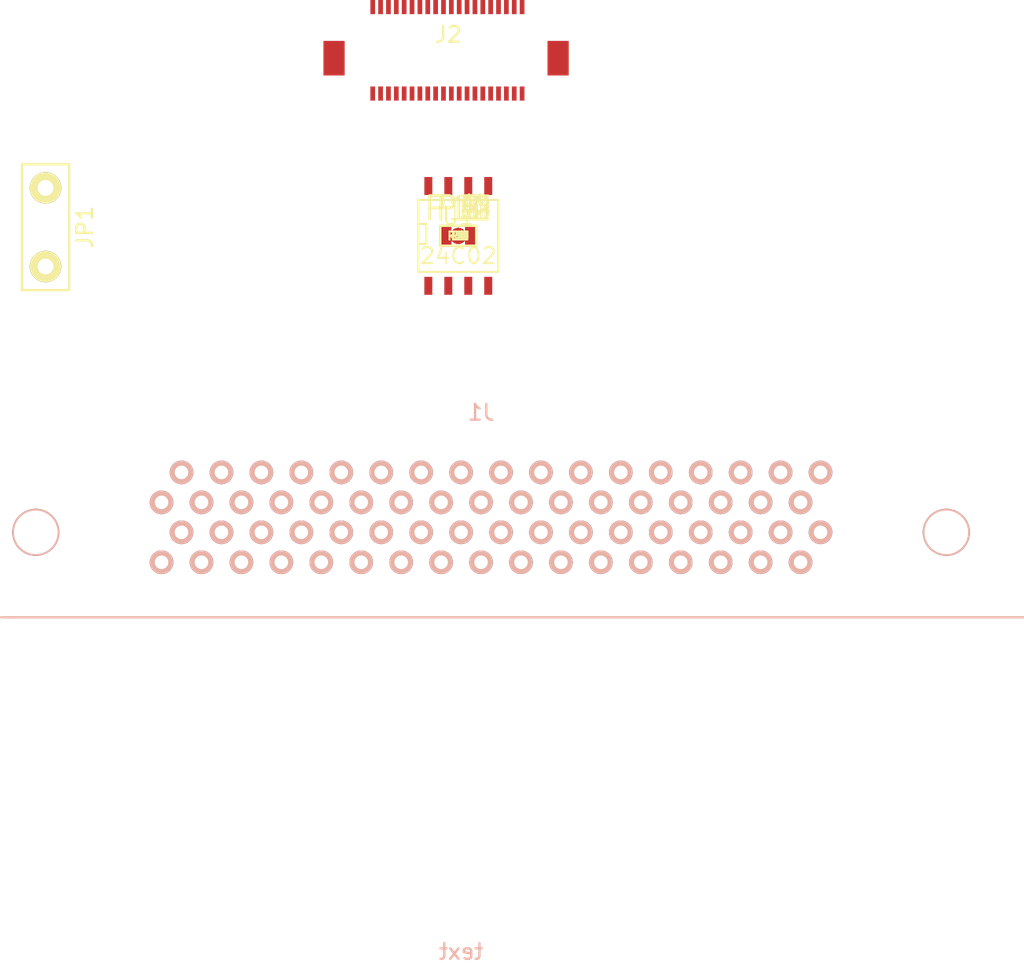
<source format=kicad_pcb>
(kicad_pcb (version 3) (host pcbnew "(2013-mar-13)-testing")

  (general
    (links 128)
    (no_connects 112)
    (area 118.745399 98.919657 185.114601 129.944601)
    (thickness 1.6)
    (drawings 0)
    (tracks 0)
    (zones 0)
    (modules 48)
    (nets 67)
  )

  (page A4)
  (layers
    (15 F.Cu signal)
    (0 B.Cu signal)
    (16 B.Adhes user)
    (17 F.Adhes user)
    (18 B.Paste user)
    (19 F.Paste user)
    (20 B.SilkS user)
    (21 F.SilkS user)
    (22 B.Mask user)
    (23 F.Mask user)
    (24 Dwgs.User user)
    (25 Cmts.User user)
    (26 Eco1.User user)
    (27 Eco2.User user)
    (28 Edge.Cuts user)
  )

  (setup
    (last_trace_width 0.1524)
    (trace_clearance 0.1524)
    (zone_clearance 0.508)
    (zone_45_only no)
    (trace_min 0.1524)
    (segment_width 0.2)
    (edge_width 0.15)
    (via_size 0.889)
    (via_drill 0.635)
    (via_min_size 0.889)
    (via_min_drill 0.508)
    (uvia_size 0.508)
    (uvia_drill 0.127)
    (uvias_allowed no)
    (uvia_min_size 0.508)
    (uvia_min_drill 0.127)
    (pcb_text_width 0.3)
    (pcb_text_size 1.5 1.5)
    (mod_edge_width 0.15)
    (mod_text_size 1.5 1.5)
    (mod_text_width 0.15)
    (pad_size 1.524 1.524)
    (pad_drill 0.762)
    (pad_to_mask_clearance 0.2)
    (aux_axis_origin 0 0)
    (visible_elements FFFFFF7F)
    (pcbplotparams
      (layerselection 3178497)
      (usegerberextensions true)
      (excludeedgelayer true)
      (linewidth 0.100000)
      (plotframeref false)
      (viasonmask false)
      (mode 1)
      (useauxorigin false)
      (hpglpennumber 1)
      (hpglpenspeed 20)
      (hpglpendiameter 15)
      (hpglpenoverlay 2)
      (psnegative false)
      (psa4output false)
      (plotreference true)
      (plotvalue true)
      (plotothertext true)
      (plotinvisibletext false)
      (padsonsilk false)
      (subtractmaskfromsilk false)
      (outputformat 1)
      (mirror false)
      (drillshape 1)
      (scaleselection 1)
      (outputdirectory ""))
  )

  (net 0 "")
  (net 1 3V3)
  (net 2 AIN0)
  (net 3 AIN1)
  (net 4 CLK_n)
  (net 5 CLK_p)
  (net 6 CTR_n)
  (net 7 CTR_p)
  (net 8 GND)
  (net 9 HV)
  (net 10 I2C_SCL2)
  (net 11 I2C_SDA2)
  (net 12 N-0000010)
  (net 13 N-0000011)
  (net 14 N-0000012)
  (net 15 N-0000013)
  (net 16 N-0000014)
  (net 17 N-000003)
  (net 18 N-0000031)
  (net 19 N-0000037)
  (net 20 N-0000044)
  (net 21 N-0000045)
  (net 22 N-0000046)
  (net 23 N-0000047)
  (net 24 N-0000052)
  (net 25 N-0000053)
  (net 26 N-0000054)
  (net 27 N-0000055)
  (net 28 N-0000056)
  (net 29 N-0000057)
  (net 30 N-0000058)
  (net 31 N-0000059)
  (net 32 N-0000060)
  (net 33 N-0000061)
  (net 34 N-0000062)
  (net 35 N-0000063)
  (net 36 N-0000064)
  (net 37 N-0000065)
  (net 38 N-0000066)
  (net 39 N-000009)
  (net 40 RTD-)
  (net 41 SDATA1_n)
  (net 42 SDATA1_p)
  (net 43 SDATA3_n)
  (net 44 SDATA3_p)
  (net 45 SDATA4_n)
  (net 46 SDATA4_p)
  (net 47 SDA_n)
  (net 48 SDA_p)
  (net 49 TBM_160MHz_Out+)
  (net 50 TBM_160MHz_Out-)
  (net 51 TBM_Clk_In+)
  (net 52 TBM_Clk_In-)
  (net 53 TBM_Out_A+)
  (net 54 TBM_Out_A-)
  (net 55 TBM_RClk_Out+)
  (net 56 TBM_RClk_Out-)
  (net 57 TBM_RDa_Out+)
  (net 58 TBM_RDa_Out-)
  (net 59 TBM_SD_In+)
  (net 60 TBM_SD_In-)
  (net 61 TBM_Trig_In+)
  (net 62 TBM_Trig_In-)
  (net 63 TOUT_n)
  (net 64 TOUT_p)
  (net 65 VA)
  (net 66 VD)

  (net_class Default "This is the default net class."
    (clearance 0.1524)
    (trace_width 0.1524)
    (via_dia 0.889)
    (via_drill 0.635)
    (uvia_dia 0.508)
    (uvia_drill 0.127)
    (add_net "")
    (add_net AIN0)
    (add_net AIN1)
    (add_net CLK_n)
    (add_net CLK_p)
    (add_net CTR_n)
    (add_net CTR_p)
    (add_net GND)
    (add_net I2C_SCL2)
    (add_net I2C_SDA2)
    (add_net N-0000010)
    (add_net N-0000011)
    (add_net N-0000012)
    (add_net N-0000013)
    (add_net N-0000014)
    (add_net N-000003)
    (add_net N-0000031)
    (add_net N-0000037)
    (add_net N-0000044)
    (add_net N-0000045)
    (add_net N-0000046)
    (add_net N-0000047)
    (add_net N-0000052)
    (add_net N-0000053)
    (add_net N-0000054)
    (add_net N-0000055)
    (add_net N-0000056)
    (add_net N-0000057)
    (add_net N-0000058)
    (add_net N-0000059)
    (add_net N-0000060)
    (add_net N-0000061)
    (add_net N-0000062)
    (add_net N-0000063)
    (add_net N-0000064)
    (add_net N-0000065)
    (add_net N-0000066)
    (add_net N-000009)
    (add_net RTD-)
    (add_net SDATA1_n)
    (add_net SDATA1_p)
    (add_net SDATA3_n)
    (add_net SDATA3_p)
    (add_net SDATA4_n)
    (add_net SDATA4_p)
    (add_net SDA_n)
    (add_net SDA_p)
    (add_net TBM_160MHz_Out+)
    (add_net TBM_160MHz_Out-)
    (add_net TBM_Clk_In+)
    (add_net TBM_Clk_In-)
    (add_net TBM_Out_A+)
    (add_net TBM_Out_A-)
    (add_net TBM_RClk_Out+)
    (add_net TBM_RClk_Out-)
    (add_net TBM_RDa_Out+)
    (add_net TBM_RDa_Out-)
    (add_net TBM_SD_In+)
    (add_net TBM_SD_In-)
    (add_net TBM_Trig_In+)
    (add_net TBM_Trig_In-)
    (add_net TOUT_n)
    (add_net TOUT_p)
  )

  (net_class HV ""
    (clearance 0.6096)
    (trace_width 0.1524)
    (via_dia 0.889)
    (via_drill 0.635)
    (uvia_dia 0.508)
    (uvia_drill 0.127)
    (add_net HV)
  )

  (net_class Power ""
    (clearance 0.1524)
    (trace_width 0.3048)
    (via_dia 0.889)
    (via_drill 0.635)
    (uvia_dia 0.508)
    (uvia_drill 0.127)
    (add_net 3V3)
    (add_net VA)
    (add_net VD)
  )

  (module SM0603 (layer F.Cu) (tedit 4E43A3D1) (tstamp 526ED59B)
    (at 148.5011 105.0036)
    (path /526EC548)
    (attr smd)
    (fp_text reference C1 (at 0 0) (layer F.SilkS)
      (effects (font (size 0.508 0.4572) (thickness 0.1143)))
    )
    (fp_text value 100n (at 0 0) (layer F.SilkS) hide
      (effects (font (size 0.508 0.4572) (thickness 0.1143)))
    )
    (fp_line (start -1.143 -0.635) (end 1.143 -0.635) (layer F.SilkS) (width 0.127))
    (fp_line (start 1.143 -0.635) (end 1.143 0.635) (layer F.SilkS) (width 0.127))
    (fp_line (start 1.143 0.635) (end -1.143 0.635) (layer F.SilkS) (width 0.127))
    (fp_line (start -1.143 0.635) (end -1.143 -0.635) (layer F.SilkS) (width 0.127))
    (pad 1 smd rect (at -0.762 0) (size 0.635 1.143)
      (layers F.Cu F.Paste F.Mask)
      (net 8 GND)
    )
    (pad 2 smd rect (at 0.762 0) (size 0.635 1.143)
      (layers F.Cu F.Paste F.Mask)
      (net 1 3V3)
    )
    (model smd\resistors\R0603.wrl
      (at (xyz 0 0 0.001))
      (scale (xyz 0.5 0.5 0.5))
      (rotate (xyz 0 0 0))
    )
  )

  (module SM0603 (layer F.Cu) (tedit 4E43A3D1) (tstamp 526ED5A5)
    (at 148.5011 105.0036)
    (path /526EC55E)
    (attr smd)
    (fp_text reference C2 (at 0 0) (layer F.SilkS)
      (effects (font (size 0.508 0.4572) (thickness 0.1143)))
    )
    (fp_text value 1u (at 0 0) (layer F.SilkS) hide
      (effects (font (size 0.508 0.4572) (thickness 0.1143)))
    )
    (fp_line (start -1.143 -0.635) (end 1.143 -0.635) (layer F.SilkS) (width 0.127))
    (fp_line (start 1.143 -0.635) (end 1.143 0.635) (layer F.SilkS) (width 0.127))
    (fp_line (start 1.143 0.635) (end -1.143 0.635) (layer F.SilkS) (width 0.127))
    (fp_line (start -1.143 0.635) (end -1.143 -0.635) (layer F.SilkS) (width 0.127))
    (pad 1 smd rect (at -0.762 0) (size 0.635 1.143)
      (layers F.Cu F.Paste F.Mask)
      (net 8 GND)
    )
    (pad 2 smd rect (at 0.762 0) (size 0.635 1.143)
      (layers F.Cu F.Paste F.Mask)
      (net 1 3V3)
    )
    (model smd\resistors\R0603.wrl
      (at (xyz 0 0 0.001))
      (scale (xyz 0.5 0.5 0.5))
      (rotate (xyz 0 0 0))
    )
  )

  (module SM0603 (layer F.Cu) (tedit 4E43A3D1) (tstamp 526ED5AF)
    (at 148.5011 105.0036)
    (path /526C360D)
    (attr smd)
    (fp_text reference C3 (at 0 0) (layer F.SilkS)
      (effects (font (size 0.508 0.4572) (thickness 0.1143)))
    )
    (fp_text value 0.1u (at 0 0) (layer F.SilkS) hide
      (effects (font (size 0.508 0.4572) (thickness 0.1143)))
    )
    (fp_line (start -1.143 -0.635) (end 1.143 -0.635) (layer F.SilkS) (width 0.127))
    (fp_line (start 1.143 -0.635) (end 1.143 0.635) (layer F.SilkS) (width 0.127))
    (fp_line (start 1.143 0.635) (end -1.143 0.635) (layer F.SilkS) (width 0.127))
    (fp_line (start -1.143 0.635) (end -1.143 -0.635) (layer F.SilkS) (width 0.127))
    (pad 1 smd rect (at -0.762 0) (size 0.635 1.143)
      (layers F.Cu F.Paste F.Mask)
      (net 2 AIN0)
    )
    (pad 2 smd rect (at 0.762 0) (size 0.635 1.143)
      (layers F.Cu F.Paste F.Mask)
      (net 8 GND)
    )
    (model smd\resistors\R0603.wrl
      (at (xyz 0 0 0.001))
      (scale (xyz 0.5 0.5 0.5))
      (rotate (xyz 0 0 0))
    )
  )

  (module SM0603 (layer F.Cu) (tedit 4E43A3D1) (tstamp 526ED5B9)
    (at 148.5011 105.0036)
    (path /526C361C)
    (attr smd)
    (fp_text reference C4 (at 0 0) (layer F.SilkS)
      (effects (font (size 0.508 0.4572) (thickness 0.1143)))
    )
    (fp_text value 0.1u (at 0 0) (layer F.SilkS) hide
      (effects (font (size 0.508 0.4572) (thickness 0.1143)))
    )
    (fp_line (start -1.143 -0.635) (end 1.143 -0.635) (layer F.SilkS) (width 0.127))
    (fp_line (start 1.143 -0.635) (end 1.143 0.635) (layer F.SilkS) (width 0.127))
    (fp_line (start 1.143 0.635) (end -1.143 0.635) (layer F.SilkS) (width 0.127))
    (fp_line (start -1.143 0.635) (end -1.143 -0.635) (layer F.SilkS) (width 0.127))
    (pad 1 smd rect (at -0.762 0) (size 0.635 1.143)
      (layers F.Cu F.Paste F.Mask)
      (net 3 AIN1)
    )
    (pad 2 smd rect (at 0.762 0) (size 0.635 1.143)
      (layers F.Cu F.Paste F.Mask)
      (net 8 GND)
    )
    (model smd\resistors\R0603.wrl
      (at (xyz 0 0 0.001))
      (scale (xyz 0.5 0.5 0.5))
      (rotate (xyz 0 0 0))
    )
  )

  (module SCSI68 (layer B.Cu) (tedit 526C8249) (tstamp 526ED606)
    (at 149.95 121.95 180)
    (path /526C1593)
    (fp_text reference J1 (at 0 5.715 180) (layer B.SilkS)
      (effects (font (size 1 1) (thickness 0.15)) (justify mirror))
    )
    (fp_text value CONN-SCSI68 (at 0 7.62 180) (layer B.SilkS) hide
      (effects (font (size 1 1) (thickness 0.15)) (justify mirror))
    )
    (fp_line (start -34.48 -7.31) (end 30.02 -7.31) (layer B.SilkS) (width 0.15))
    (fp_line (start 30.02 -7.31) (end 30.52 -7.31) (layer B.SilkS) (width 0.15))
    (fp_text user text (at 1.27 -28.575 180) (layer B.SilkS)
      (effects (font (size 1 1) (thickness 0.15)) (justify mirror))
    )
    (pad 1 thru_hole circle (at 20.32 0 180) (size 1.5 1.5) (drill 0.86)
      (layers *.Cu *.Mask B.SilkS)
      (net 8 GND)
    )
    (pad 2 thru_hole circle (at 20.32 -3.81 180) (size 1.5 1.5) (drill 0.86)
      (layers *.Cu *.Mask B.SilkS)
      (net 18 N-0000031)
    )
    (pad 3 thru_hole circle (at 19.05 1.905 180) (size 1.5 1.5) (drill 0.86)
      (layers *.Cu *.Mask B.SilkS)
      (net 19 N-0000037)
    )
    (pad 4 thru_hole circle (at 19.05 -1.905 180) (size 1.5 1.5) (drill 0.86)
      (layers *.Cu *.Mask B.SilkS)
      (net 8 GND)
    )
    (pad 5 thru_hole circle (at 17.78 0 180) (size 1.5 1.5) (drill 0.86)
      (layers *.Cu *.Mask B.SilkS)
      (net 13 N-0000011)
    )
    (pad 6 thru_hole circle (at 17.78 -3.81 180) (size 1.5 1.5) (drill 0.86)
      (layers *.Cu *.Mask B.SilkS)
      (net 8 GND)
    )
    (pad 7 thru_hole circle (at 16.51 1.905 180) (size 1.5 1.5) (drill 0.86)
      (layers *.Cu *.Mask B.SilkS)
      (net 42 SDATA1_p)
    )
    (pad 8 thru_hole circle (at 16.51 -1.905 180) (size 1.5 1.5) (drill 0.86)
      (layers *.Cu *.Mask B.SilkS)
      (net 41 SDATA1_n)
    )
    (pad 9 thru_hole circle (at 15.24 0 180) (size 1.5 1.5) (drill 0.86)
      (layers *.Cu *.Mask B.SilkS)
      (net 8 GND)
    )
    (pad 10 thru_hole circle (at 15.24 -3.81 180) (size 1.5 1.5) (drill 0.86)
      (layers *.Cu *.Mask B.SilkS)
      (net 15 N-0000013)
    )
    (pad 11 thru_hole circle (at 13.97 1.905 180) (size 1.5 1.5) (drill 0.86)
      (layers *.Cu *.Mask B.SilkS)
      (net 14 N-0000012)
    )
    (pad 12 thru_hole circle (at 13.97 -1.905 180) (size 1.5 1.5) (drill 0.86)
      (layers *.Cu *.Mask B.SilkS)
      (net 8 GND)
    )
    (pad 13 thru_hole circle (at 12.7 0 180) (size 1.5 1.5) (drill 0.86)
      (layers *.Cu *.Mask B.SilkS)
      (net 44 SDATA3_p)
    )
    (pad 14 thru_hole circle (at 12.7 -3.81 180) (size 1.5 1.5) (drill 0.86)
      (layers *.Cu *.Mask B.SilkS)
      (net 43 SDATA3_n)
    )
    (pad 15 thru_hole circle (at 11.43 1.905 180) (size 1.5 1.5) (drill 0.86)
      (layers *.Cu *.Mask B.SilkS)
      (net 8 GND)
    )
    (pad 16 thru_hole circle (at 11.43 -1.905 180) (size 1.5 1.5) (drill 0.86)
      (layers *.Cu *.Mask B.SilkS)
      (net 46 SDATA4_p)
    )
    (pad 17 thru_hole circle (at 10.16 0 180) (size 1.5 1.5) (drill 0.86)
      (layers *.Cu *.Mask B.SilkS)
      (net 45 SDATA4_n)
    )
    (pad 18 thru_hole circle (at 10.16 -3.81 180) (size 1.5 1.5) (drill 0.86)
      (layers *.Cu *.Mask B.SilkS)
      (net 8 GND)
    )
    (pad 19 thru_hole circle (at 8.89 1.905 180) (size 1.5 1.5) (drill 0.86)
      (layers *.Cu *.Mask B.SilkS)
      (net 7 CTR_p)
    )
    (pad 20 thru_hole circle (at 8.89 -1.905 180) (size 1.5 1.5) (drill 0.86)
      (layers *.Cu *.Mask B.SilkS)
      (net 6 CTR_n)
    )
    (pad 21 thru_hole circle (at 7.62 0 180) (size 1.5 1.5) (drill 0.86)
      (layers *.Cu *.Mask B.SilkS)
      (net 8 GND)
    )
    (pad 22 thru_hole circle (at 7.62 -3.81 180) (size 1.5 1.5) (drill 0.86)
      (layers *.Cu *.Mask B.SilkS)
      (net 5 CLK_p)
    )
    (pad 23 thru_hole circle (at 6.35 1.905 180) (size 1.5 1.5) (drill 0.86)
      (layers *.Cu *.Mask B.SilkS)
      (net 4 CLK_n)
    )
    (pad 24 thru_hole circle (at 6.35 -1.905 180) (size 1.5 1.5) (drill 0.86)
      (layers *.Cu *.Mask B.SilkS)
      (net 8 GND)
    )
    (pad 25 thru_hole circle (at 5.08 0 180) (size 1.5 1.5) (drill 0.86)
      (layers *.Cu *.Mask B.SilkS)
      (net 65 VA)
    )
    (pad 26 thru_hole circle (at 5.08 -3.81 180) (size 1.5 1.5) (drill 0.86)
      (layers *.Cu *.Mask B.SilkS)
      (net 65 VA)
    )
    (pad 27 thru_hole circle (at 3.81 1.905 180) (size 1.5 1.5) (drill 0.86)
      (layers *.Cu *.Mask B.SilkS)
      (net 65 VA)
    )
    (pad 28 thru_hole circle (at 3.81 -1.905 180) (size 1.5 1.5) (drill 0.86)
      (layers *.Cu *.Mask B.SilkS)
      (net 65 VA)
    )
    (pad 29 thru_hole circle (at 2.54 0 180) (size 1.5 1.5) (drill 0.86)
      (layers *.Cu *.Mask B.SilkS)
      (net 66 VD)
    )
    (pad 30 thru_hole circle (at 2.54 -3.81 180) (size 1.5 1.5) (drill 0.86)
      (layers *.Cu *.Mask B.SilkS)
      (net 8 GND)
    )
    (pad 31 thru_hole circle (at 1.27 1.905 180) (size 1.5 1.5) (drill 0.86)
      (layers *.Cu *.Mask B.SilkS)
      (net 36 N-0000064)
    )
    (pad 32 thru_hole circle (at 1.27 -1.905 180) (size 1.5 1.5) (drill 0.86)
      (layers *.Cu *.Mask B.SilkS)
      (net 35 N-0000063)
    )
    (pad 33 thru_hole circle (at 0 0 180) (size 1.5 1.5) (drill 0.86)
      (layers *.Cu *.Mask B.SilkS)
      (net 31 N-0000059)
    )
    (pad 34 thru_hole circle (at 0 -3.81 180) (size 1.5 1.5) (drill 0.86)
      (layers *.Cu *.Mask B.SilkS)
      (net 33 N-0000061)
    )
    (pad 35 thru_hole circle (at -1.27 1.905 180) (size 1.5 1.5) (drill 0.86)
      (layers *.Cu *.Mask B.SilkS)
      (net 8 GND)
    )
    (pad 36 thru_hole circle (at -1.27 -1.905 180) (size 1.5 1.5) (drill 0.86)
      (layers *.Cu *.Mask B.SilkS)
      (net 48 SDA_p)
    )
    (pad 37 thru_hole circle (at -2.54 0 180) (size 1.5 1.5) (drill 0.86)
      (layers *.Cu *.Mask B.SilkS)
      (net 47 SDA_n)
    )
    (pad 38 thru_hole circle (at -2.54 -3.81 180) (size 1.5 1.5) (drill 0.86)
      (layers *.Cu *.Mask B.SilkS)
      (net 8 GND)
    )
    (pad 39 thru_hole circle (at -3.81 1.905 180) (size 1.5 1.5) (drill 0.86)
      (layers *.Cu *.Mask B.SilkS)
      (net 64 TOUT_p)
    )
    (pad 40 thru_hole circle (at -3.81 -1.905 180) (size 1.5 1.5) (drill 0.86)
      (layers *.Cu *.Mask B.SilkS)
      (net 63 TOUT_n)
    )
    (pad 41 thru_hole circle (at -5.08 0 180) (size 1.5 1.5) (drill 0.86)
      (layers *.Cu *.Mask B.SilkS)
      (net 8 GND)
    )
    (pad 42 thru_hole circle (at -5.08 -3.81 180) (size 1.5 1.5) (drill 0.86)
      (layers *.Cu *.Mask B.SilkS)
      (net 66 VD)
    )
    (pad 43 thru_hole circle (at -6.35 1.905 180) (size 1.5 1.5) (drill 0.86)
      (layers *.Cu *.Mask B.SilkS)
      (net 66 VD)
    )
    (pad 44 thru_hole circle (at -6.35 -1.905 180) (size 1.5 1.5) (drill 0.86)
      (layers *.Cu *.Mask B.SilkS)
      (net 66 VD)
    )
    (pad 45 thru_hole circle (at -7.62 0 180) (size 1.5 1.5) (drill 0.86)
      (layers *.Cu *.Mask B.SilkS)
      (net 66 VD)
    )
    (pad 46 thru_hole circle (at -7.62 -3.81 180) (size 1.5 1.5) (drill 0.86)
      (layers *.Cu *.Mask B.SilkS)
      (net 8 GND)
    )
    (pad 47 thru_hole circle (at -8.89 1.905 180) (size 1.5 1.5) (drill 0.86)
      (layers *.Cu *.Mask B.SilkS)
      (net 1 3V3)
    )
    (pad 48 thru_hole circle (at -8.89 -1.905 180) (size 1.5 1.5) (drill 0.86)
      (layers *.Cu *.Mask B.SilkS)
      (net 12 N-0000010)
    )
    (pad 49 thru_hole circle (at -10.16 0 180) (size 1.5 1.5) (drill 0.86)
      (layers *.Cu *.Mask B.SilkS)
      (net 39 N-000009)
    )
    (pad 50 thru_hole circle (at -10.16 -3.81 180) (size 1.5 1.5) (drill 0.86)
      (layers *.Cu *.Mask B.SilkS)
      (net 37 N-0000065)
    )
    (pad 51 thru_hole circle (at -11.43 1.905 180) (size 1.5 1.5) (drill 0.86)
      (layers *.Cu *.Mask B.SilkS)
      (net 10 I2C_SCL2)
    )
    (pad 52 thru_hole circle (at -11.43 -1.905 180) (size 1.5 1.5) (drill 0.86)
      (layers *.Cu *.Mask B.SilkS)
      (net 11 I2C_SDA2)
    )
    (pad 53 thru_hole circle (at -12.7 0 180) (size 1.5 1.5) (drill 0.86)
      (layers *.Cu *.Mask B.SilkS)
      (net 32 N-0000060)
    )
    (pad 54 thru_hole circle (at -12.7 -3.81 180) (size 1.5 1.5) (drill 0.86)
      (layers *.Cu *.Mask B.SilkS)
      (net 34 N-0000062)
    )
    (pad 55 thru_hole circle (at -13.97 1.905 180) (size 1.5 1.5) (drill 0.86)
      (layers *.Cu *.Mask B.SilkS)
      (net 25 N-0000053)
    )
    (pad 56 thru_hole circle (at -13.97 -1.905 180) (size 1.5 1.5) (drill 0.86)
      (layers *.Cu *.Mask B.SilkS)
      (net 24 N-0000052)
    )
    (pad 57 thru_hole circle (at -15.24 0 180) (size 1.5 1.5) (drill 0.86)
      (layers *.Cu *.Mask B.SilkS)
      (net 2 AIN0)
    )
    (pad 58 thru_hole circle (at -15.24 -3.81 180) (size 1.5 1.5) (drill 0.86)
      (layers *.Cu *.Mask B.SilkS)
      (net 3 AIN1)
    )
    (pad 59 thru_hole circle (at -16.51 1.905 180) (size 1.5 1.5) (drill 0.86)
      (layers *.Cu *.Mask B.SilkS)
      (net 16 N-0000014)
    )
    (pad 60 thru_hole circle (at -16.51 -1.905 180) (size 1.5 1.5) (drill 0.86)
      (layers *.Cu *.Mask B.SilkS)
      (net 8 GND)
    )
    (pad 61 thru_hole circle (at -17.78 0 180) (size 1.5 1.5) (drill 0.86)
      (layers *.Cu *.Mask B.SilkS)
      (net 38 N-0000066)
    )
    (pad 62 thru_hole circle (at -17.78 -3.81 180) (size 1.5 1.5) (drill 0.86)
      (layers *.Cu *.Mask B.SilkS)
      (net 30 N-0000058)
    )
    (pad 63 thru_hole circle (at -19.05 1.905 180) (size 1.5 1.5) (drill 0.86)
      (layers *.Cu *.Mask B.SilkS)
      (net 29 N-0000057)
    )
    (pad 64 thru_hole circle (at -19.05 -1.905 180) (size 1.5 1.5) (drill 0.86)
      (layers *.Cu *.Mask B.SilkS)
      (net 8 GND)
    )
    (pad 65 thru_hole circle (at -20.32 0 180) (size 1.5 1.5) (drill 0.86)
      (layers *.Cu *.Mask B.SilkS)
      (net 26 N-0000054)
    )
    (pad 66 thru_hole circle (at -20.32 -3.81 180) (size 1.5 1.5) (drill 0.86)
      (layers *.Cu *.Mask B.SilkS)
      (net 27 N-0000055)
    )
    (pad 67 thru_hole circle (at -21.59 1.905 180) (size 1.5 1.5) (drill 0.86)
      (layers *.Cu *.Mask B.SilkS)
      (net 28 N-0000056)
    )
    (pad 68 thru_hole circle (at -21.59 -1.905 180) (size 1.5 1.5) (drill 0.86)
      (layers *.Cu *.Mask B.SilkS)
      (net 9 HV)
    )
    (pad 71 thru_hole circle (at -29.59 -1.905 180) (size 3 3) (drill 2.77)
      (layers *.Cu *.Mask B.SilkS)
    )
    (pad 72 thru_hole circle (at 28.32 -1.905 180) (size 3 3) (drill 2.77)
      (layers *.Cu *.Mask B.SilkS)
    )
  )

  (module SMK20 (layer F.Cu) (tedit 526C87E4) (tstamp 526ED634)
    (at 147.85 95.45)
    (path /526C1CFC)
    (fp_text reference J2 (at 0.02 -3.25) (layer F.SilkS)
      (effects (font (size 1 1) (thickness 0.15)))
    )
    (fp_text value CONN-SMK20 (at -0.23 -1.25) (layer F.SilkS) hide
      (effects (font (size 1 1) (thickness 0.15)))
    )
    (pad 1 smd rect (at -4.79 0.5) (size 0.3 0.9)
      (layers F.Cu F.Paste F.Mask)
      (net 1 3V3)
    )
    (pad 2 smd rect (at -4.79 -5) (size 0.3 0.9)
      (layers F.Cu F.Paste F.Mask)
      (net 65 VA)
    )
    (pad 3 smd rect (at -4.29 0.5) (size 0.3 0.9)
      (layers F.Cu F.Paste F.Mask)
      (net 40 RTD-)
    )
    (pad 4 smd rect (at -4.29 -5) (size 0.3 0.9)
      (layers F.Cu F.Paste F.Mask)
      (net 65 VA)
    )
    (pad 5 smd rect (at -3.79 0.5) (size 0.3 0.9)
      (layers F.Cu F.Paste F.Mask)
      (net 53 TBM_Out_A+)
    )
    (pad 6 smd rect (at -3.79 -5) (size 0.3 0.9)
      (layers F.Cu F.Paste F.Mask)
      (net 8 GND)
    )
    (pad 7 smd rect (at -3.29 0.5) (size 0.3 0.9)
      (layers F.Cu F.Paste F.Mask)
      (net 54 TBM_Out_A-)
    )
    (pad 8 smd rect (at -3.29 -5) (size 0.3 0.9)
      (layers F.Cu F.Paste F.Mask)
      (net 8 GND)
    )
    (pad 9 smd rect (at -2.79 0.5) (size 0.3 0.9)
      (layers F.Cu F.Paste F.Mask)
      (net 55 TBM_RClk_Out+)
    )
    (pad 10 smd rect (at -2.79 -5) (size 0.3 0.9)
      (layers F.Cu F.Paste F.Mask)
      (net 8 GND)
    )
    (pad 11 smd rect (at -2.29 0.5) (size 0.3 0.9)
      (layers F.Cu F.Paste F.Mask)
      (net 56 TBM_RClk_Out-)
    )
    (pad 12 smd rect (at -2.29 -5) (size 0.3 0.9)
      (layers F.Cu F.Paste F.Mask)
      (net 8 GND)
    )
    (pad 13 smd rect (at -1.79 0.5) (size 0.3 0.9)
      (layers F.Cu F.Paste F.Mask)
      (net 57 TBM_RDa_Out+)
    )
    (pad 14 smd rect (at -1.79 -5) (size 0.3 0.9)
      (layers F.Cu F.Paste F.Mask)
      (net 8 GND)
    )
    (pad 15 smd rect (at -1.29 0.5) (size 0.3 0.9)
      (layers F.Cu F.Paste F.Mask)
      (net 58 TBM_RDa_Out-)
    )
    (pad 16 smd rect (at -1.29 -5) (size 0.3 0.9)
      (layers F.Cu F.Paste F.Mask)
      (net 8 GND)
    )
    (pad 17 smd rect (at -0.79 0.5) (size 0.3 0.9)
      (layers F.Cu F.Paste F.Mask)
      (net 20 N-0000044)
    )
    (pad 18 smd rect (at -0.79 -5) (size 0.3 0.9)
      (layers F.Cu F.Paste F.Mask)
      (net 22 N-0000046)
    )
    (pad 19 smd rect (at -0.29 0.5) (size 0.3 0.9)
      (layers F.Cu F.Paste F.Mask)
      (net 9 HV)
    )
    (pad 20 smd rect (at -0.29 -5) (size 0.3 0.9)
      (layers F.Cu F.Paste F.Mask)
      (net 9 HV)
    )
    (pad 21 smd rect (at 0.21 0.5) (size 0.3 0.9)
      (layers F.Cu F.Paste F.Mask)
      (net 9 HV)
    )
    (pad 22 smd rect (at 0.21 -5) (size 0.3 0.9)
      (layers F.Cu F.Paste F.Mask)
      (net 9 HV)
    )
    (pad 23 smd rect (at 0.71 0.5) (size 0.3 0.9)
      (layers F.Cu F.Paste F.Mask)
      (net 21 N-0000045)
    )
    (pad 24 smd rect (at 0.71 -5) (size 0.3 0.9)
      (layers F.Cu F.Paste F.Mask)
      (net 23 N-0000047)
    )
    (pad 25 smd rect (at 1.21 0.5) (size 0.3 0.9)
      (layers F.Cu F.Paste F.Mask)
      (net 59 TBM_SD_In+)
    )
    (pad 26 smd rect (at 1.21 -5) (size 0.3 0.9)
      (layers F.Cu F.Paste F.Mask)
      (net 66 VD)
    )
    (pad 27 smd rect (at 1.71 0.5) (size 0.3 0.9)
      (layers F.Cu F.Paste F.Mask)
      (net 60 TBM_SD_In-)
    )
    (pad 28 smd rect (at 1.71 -5) (size 0.3 0.9)
      (layers F.Cu F.Paste F.Mask)
      (net 66 VD)
    )
    (pad 29 smd rect (at 2.21 0.5) (size 0.3 0.9)
      (layers F.Cu F.Paste F.Mask)
      (net 61 TBM_Trig_In+)
    )
    (pad 30 smd rect (at 2.21 -5) (size 0.3 0.9)
      (layers F.Cu F.Paste F.Mask)
      (net 66 VD)
    )
    (pad 31 smd rect (at 2.71 0.5) (size 0.3 0.9)
      (layers F.Cu F.Paste F.Mask)
      (net 62 TBM_Trig_In-)
    )
    (pad 32 smd rect (at 2.71 -5) (size 0.3 0.9)
      (layers F.Cu F.Paste F.Mask)
      (net 66 VD)
    )
    (pad 33 smd rect (at 3.21 0.5) (size 0.3 0.9)
      (layers F.Cu F.Paste F.Mask)
      (net 51 TBM_Clk_In+)
    )
    (pad 34 smd rect (at 3.21 -5) (size 0.3 0.9)
      (layers F.Cu F.Paste F.Mask)
      (net 65 VA)
    )
    (pad 35 smd rect (at 3.71 0.5) (size 0.3 0.9)
      (layers F.Cu F.Paste F.Mask)
      (net 52 TBM_Clk_In-)
    )
    (pad 36 smd rect (at 3.71 -5) (size 0.3 0.9)
      (layers F.Cu F.Paste F.Mask)
      (net 65 VA)
    )
    (pad 37 smd rect (at 4.21 0.5) (size 0.3 0.9)
      (layers F.Cu F.Paste F.Mask)
      (net 49 TBM_160MHz_Out+)
    )
    (pad 38 smd rect (at 4.21 -5) (size 0.3 0.9)
      (layers F.Cu F.Paste F.Mask)
      (net 8 GND)
    )
    (pad 39 smd rect (at 4.71 0.5) (size 0.3 0.9)
      (layers F.Cu F.Paste F.Mask)
      (net 50 TBM_160MHz_Out-)
    )
    (pad 40 smd rect (at 4.71 -5) (size 0.3 0.9)
      (layers F.Cu F.Paste F.Mask)
      (net 8 GND)
    )
    (pad 41 smd rect (at -7.25 -1.75) (size 1.35 2.2)
      (layers F.Cu F.Paste F.Mask)
      (net 8 GND)
    )
    (pad 42 smd rect (at 7 -1.75) (size 1.35 2.2)
      (layers F.Cu F.Paste F.Mask)
      (net 8 GND)
    )
  )

  (module jumper (layer F.Cu) (tedit 526ED35C) (tstamp 526ED63E)
    (at 122.25 104.45 270)
    (path /526EC969)
    (fp_text reference JP1 (at 0 -2.5 270) (layer F.SilkS)
      (effects (font (size 1 1) (thickness 0.15)))
    )
    (fp_text value JUMPER (at 0.5 0 270) (layer F.SilkS) hide
      (effects (font (size 1 1) (thickness 0.15)))
    )
    (fp_line (start -4 1.5) (end 4 1.5) (layer F.SilkS) (width 0.15))
    (fp_line (start 4 1.5) (end 4 -1.5) (layer F.SilkS) (width 0.15))
    (fp_line (start 4 -1.5) (end -4 -1.5) (layer F.SilkS) (width 0.15))
    (fp_line (start -4 -1.5) (end -4 1.5) (layer F.SilkS) (width 0.15))
    (pad 1 thru_hole circle (at -2.5 0 270) (size 2 2) (drill 1)
      (layers *.Cu *.Mask F.SilkS)
      (net 8 GND)
    )
    (pad 2 thru_hole circle (at 2.5 0 270) (size 2 2) (drill 1)
      (layers *.Cu *.Mask F.SilkS)
      (net 8 GND)
    )
  )

  (module testpad (layer F.Cu) (tedit 526ED05D) (tstamp 526ED643)
    (at 148.5011 105.0036)
    (path /526ECC25)
    (fp_text reference P1 (at 0 -1.75) (layer F.SilkS)
      (effects (font (size 1.5 1.5) (thickness 0.15)))
    )
    (fp_text value SDATA+ (at 1 -1.5) (layer F.SilkS) hide
      (effects (font (size 1.5 1.5) (thickness 0.15)))
    )
    (pad 1 smd circle (at 0 0) (size 1.016 1.016)
      (layers F.Cu F.Paste F.Mask)
      (net 42 SDATA1_p)
    )
  )

  (module testpad (layer F.Cu) (tedit 526ED05D) (tstamp 526ED648)
    (at 148.5011 105.0036)
    (path /526ECC34)
    (fp_text reference P2 (at 0 -1.75) (layer F.SilkS)
      (effects (font (size 1.5 1.5) (thickness 0.15)))
    )
    (fp_text value SDATA- (at 1 -1.5) (layer F.SilkS) hide
      (effects (font (size 1.5 1.5) (thickness 0.15)))
    )
    (pad 1 smd circle (at 0 0) (size 1.016 1.016)
      (layers F.Cu F.Paste F.Mask)
      (net 41 SDATA1_n)
    )
  )

  (module testpad (layer F.Cu) (tedit 526ED05D) (tstamp 526ED64D)
    (at 148.5011 105.0036)
    (path /526ECC43)
    (fp_text reference P3 (at 0 -1.75) (layer F.SilkS)
      (effects (font (size 1.5 1.5) (thickness 0.15)))
    )
    (fp_text value SDATA+ (at 1 -1.5) (layer F.SilkS) hide
      (effects (font (size 1.5 1.5) (thickness 0.15)))
    )
    (pad 1 smd circle (at 0 0) (size 1.016 1.016)
      (layers F.Cu F.Paste F.Mask)
      (net 44 SDATA3_p)
    )
  )

  (module testpad (layer F.Cu) (tedit 526ED05D) (tstamp 526ED652)
    (at 148.5011 105.0036)
    (path /526ECC52)
    (fp_text reference P4 (at 0 -1.75) (layer F.SilkS)
      (effects (font (size 1.5 1.5) (thickness 0.15)))
    )
    (fp_text value SDATA3- (at 1 -1.5) (layer F.SilkS) hide
      (effects (font (size 1.5 1.5) (thickness 0.15)))
    )
    (pad 1 smd circle (at 0 0) (size 1.016 1.016)
      (layers F.Cu F.Paste F.Mask)
      (net 43 SDATA3_n)
    )
  )

  (module testpad (layer F.Cu) (tedit 526ED05D) (tstamp 526ED657)
    (at 148.5011 105.0036)
    (path /526ECC61)
    (fp_text reference P5 (at 0 -1.75) (layer F.SilkS)
      (effects (font (size 1.5 1.5) (thickness 0.15)))
    )
    (fp_text value TOUT+ (at 1 -1.5) (layer F.SilkS) hide
      (effects (font (size 1.5 1.5) (thickness 0.15)))
    )
    (pad 1 smd circle (at 0 0) (size 1.016 1.016)
      (layers F.Cu F.Paste F.Mask)
      (net 64 TOUT_p)
    )
  )

  (module testpad (layer F.Cu) (tedit 526ED05D) (tstamp 526ED65C)
    (at 148.5011 105.0036)
    (path /526ECC70)
    (fp_text reference P6 (at 0 -1.75) (layer F.SilkS)
      (effects (font (size 1.5 1.5) (thickness 0.15)))
    )
    (fp_text value TOUT- (at 1 -1.5) (layer F.SilkS) hide
      (effects (font (size 1.5 1.5) (thickness 0.15)))
    )
    (pad 1 smd circle (at 0 0) (size 1.016 1.016)
      (layers F.Cu F.Paste F.Mask)
      (net 63 TOUT_n)
    )
  )

  (module testpad (layer F.Cu) (tedit 526ED05D) (tstamp 526ED661)
    (at 148.5011 105.0036)
    (path /526ECC7F)
    (fp_text reference P7 (at 0 -1.75) (layer F.SilkS)
      (effects (font (size 1.5 1.5) (thickness 0.15)))
    )
    (fp_text value SDA+ (at 1 -1.5) (layer F.SilkS) hide
      (effects (font (size 1.5 1.5) (thickness 0.15)))
    )
    (pad 1 smd circle (at 0 0) (size 1.016 1.016)
      (layers F.Cu F.Paste F.Mask)
      (net 48 SDA_p)
    )
  )

  (module testpad (layer F.Cu) (tedit 526ED05D) (tstamp 526ED666)
    (at 148.5011 105.0036)
    (path /526ECC8E)
    (fp_text reference P8 (at 0 -1.75) (layer F.SilkS)
      (effects (font (size 1.5 1.5) (thickness 0.15)))
    )
    (fp_text value SDA- (at 1 -1.5) (layer F.SilkS) hide
      (effects (font (size 1.5 1.5) (thickness 0.15)))
    )
    (pad 1 smd circle (at 0 0) (size 1.016 1.016)
      (layers F.Cu F.Paste F.Mask)
      (net 47 SDA_n)
    )
  )

  (module testpad (layer F.Cu) (tedit 526ED05D) (tstamp 526ED66B)
    (at 148.5011 105.0036)
    (path /526ECC9D)
    (fp_text reference P9 (at 0 -1.75) (layer F.SilkS)
      (effects (font (size 1.5 1.5) (thickness 0.15)))
    )
    (fp_text value CLK+ (at 1 -1.5) (layer F.SilkS) hide
      (effects (font (size 1.5 1.5) (thickness 0.15)))
    )
    (pad 1 smd circle (at 0 0) (size 1.016 1.016)
      (layers F.Cu F.Paste F.Mask)
      (net 7 CTR_p)
    )
  )

  (module testpad (layer F.Cu) (tedit 526ED05D) (tstamp 526ED670)
    (at 148.5011 105.0036)
    (path /526ECCAC)
    (fp_text reference P10 (at 0 -1.75) (layer F.SilkS)
      (effects (font (size 1.5 1.5) (thickness 0.15)))
    )
    (fp_text value CTR- (at 1 -1.5) (layer F.SilkS) hide
      (effects (font (size 1.5 1.5) (thickness 0.15)))
    )
    (pad 1 smd circle (at 0 0) (size 1.016 1.016)
      (layers F.Cu F.Paste F.Mask)
      (net 6 CTR_n)
    )
  )

  (module testpad (layer F.Cu) (tedit 526ED05D) (tstamp 526ED675)
    (at 148.5011 105.0036)
    (path /526ECCBB)
    (fp_text reference P11 (at 0 -1.75) (layer F.SilkS)
      (effects (font (size 1.5 1.5) (thickness 0.15)))
    )
    (fp_text value CLK+ (at 1 -1.5) (layer F.SilkS) hide
      (effects (font (size 1.5 1.5) (thickness 0.15)))
    )
    (pad 1 smd circle (at 0 0) (size 1.016 1.016)
      (layers F.Cu F.Paste F.Mask)
      (net 5 CLK_p)
    )
  )

  (module testpad (layer F.Cu) (tedit 526ED05D) (tstamp 526ED67A)
    (at 148.5011 105.0036)
    (path /526ECCCA)
    (fp_text reference P12 (at 0 -1.75) (layer F.SilkS)
      (effects (font (size 1.5 1.5) (thickness 0.15)))
    )
    (fp_text value CLK- (at 1 -1.5) (layer F.SilkS) hide
      (effects (font (size 1.5 1.5) (thickness 0.15)))
    )
    (pad 1 smd circle (at 0 0) (size 1.016 1.016)
      (layers F.Cu F.Paste F.Mask)
      (net 4 CLK_n)
    )
  )

  (module testpad (layer F.Cu) (tedit 526ED05D) (tstamp 526ED67F)
    (at 148.5011 105.0036)
    (path /526ECCD9)
    (fp_text reference P13 (at 0 -1.75) (layer F.SilkS)
      (effects (font (size 1.5 1.5) (thickness 0.15)))
    )
    (fp_text value SDATA4+ (at 1 -1.5) (layer F.SilkS) hide
      (effects (font (size 1.5 1.5) (thickness 0.15)))
    )
    (pad 1 smd circle (at 0 0) (size 1.016 1.016)
      (layers F.Cu F.Paste F.Mask)
      (net 46 SDATA4_p)
    )
  )

  (module testpad (layer F.Cu) (tedit 526ED05D) (tstamp 526ED684)
    (at 148.5011 105.0036)
    (path /526ECCE8)
    (fp_text reference P14 (at 0 -1.75) (layer F.SilkS)
      (effects (font (size 1.5 1.5) (thickness 0.15)))
    )
    (fp_text value SDATA4- (at 1 -1.5) (layer F.SilkS) hide
      (effects (font (size 1.5 1.5) (thickness 0.15)))
    )
    (pad 1 smd circle (at 0 0) (size 1.016 1.016)
      (layers F.Cu F.Paste F.Mask)
      (net 45 SDATA4_n)
    )
  )

  (module SM0603 (layer F.Cu) (tedit 4E43A3D1) (tstamp 526ED68E)
    (at 148.5011 105.0036)
    (path /526BF93C)
    (attr smd)
    (fp_text reference R1 (at 0 0) (layer F.SilkS)
      (effects (font (size 0.508 0.4572) (thickness 0.1143)))
    )
    (fp_text value 39 (at 0 0) (layer F.SilkS) hide
      (effects (font (size 0.508 0.4572) (thickness 0.1143)))
    )
    (fp_line (start -1.143 -0.635) (end 1.143 -0.635) (layer F.SilkS) (width 0.127))
    (fp_line (start 1.143 -0.635) (end 1.143 0.635) (layer F.SilkS) (width 0.127))
    (fp_line (start 1.143 0.635) (end -1.143 0.635) (layer F.SilkS) (width 0.127))
    (fp_line (start -1.143 0.635) (end -1.143 -0.635) (layer F.SilkS) (width 0.127))
    (pad 1 smd rect (at -0.762 0) (size 0.635 1.143)
      (layers F.Cu F.Paste F.Mask)
      (net 42 SDATA1_p)
    )
    (pad 2 smd rect (at 0.762 0) (size 0.635 1.143)
      (layers F.Cu F.Paste F.Mask)
      (net 53 TBM_Out_A+)
    )
    (model smd\resistors\R0603.wrl
      (at (xyz 0 0 0.001))
      (scale (xyz 0.5 0.5 0.5))
      (rotate (xyz 0 0 0))
    )
  )

  (module SM0603 (layer F.Cu) (tedit 4E43A3D1) (tstamp 526ED698)
    (at 148.5011 105.0036)
    (path /526C1DAB)
    (attr smd)
    (fp_text reference R2 (at 0 0) (layer F.SilkS)
      (effects (font (size 0.508 0.4572) (thickness 0.1143)))
    )
    (fp_text value 91 (at 0 0) (layer F.SilkS) hide
      (effects (font (size 0.508 0.4572) (thickness 0.1143)))
    )
    (fp_line (start -1.143 -0.635) (end 1.143 -0.635) (layer F.SilkS) (width 0.127))
    (fp_line (start 1.143 -0.635) (end 1.143 0.635) (layer F.SilkS) (width 0.127))
    (fp_line (start 1.143 0.635) (end -1.143 0.635) (layer F.SilkS) (width 0.127))
    (fp_line (start -1.143 0.635) (end -1.143 -0.635) (layer F.SilkS) (width 0.127))
    (pad 1 smd rect (at -0.762 0) (size 0.635 1.143)
      (layers F.Cu F.Paste F.Mask)
      (net 53 TBM_Out_A+)
    )
    (pad 2 smd rect (at 0.762 0) (size 0.635 1.143)
      (layers F.Cu F.Paste F.Mask)
      (net 54 TBM_Out_A-)
    )
    (model smd\resistors\R0603.wrl
      (at (xyz 0 0 0.001))
      (scale (xyz 0.5 0.5 0.5))
      (rotate (xyz 0 0 0))
    )
  )

  (module SM0603 (layer F.Cu) (tedit 4E43A3D1) (tstamp 526ED6A2)
    (at 148.5011 105.0036)
    (path /526BF9D2)
    (attr smd)
    (fp_text reference R3 (at 0 0) (layer F.SilkS)
      (effects (font (size 0.508 0.4572) (thickness 0.1143)))
    )
    (fp_text value 39 (at 0 0) (layer F.SilkS) hide
      (effects (font (size 0.508 0.4572) (thickness 0.1143)))
    )
    (fp_line (start -1.143 -0.635) (end 1.143 -0.635) (layer F.SilkS) (width 0.127))
    (fp_line (start 1.143 -0.635) (end 1.143 0.635) (layer F.SilkS) (width 0.127))
    (fp_line (start 1.143 0.635) (end -1.143 0.635) (layer F.SilkS) (width 0.127))
    (fp_line (start -1.143 0.635) (end -1.143 -0.635) (layer F.SilkS) (width 0.127))
    (pad 1 smd rect (at -0.762 0) (size 0.635 1.143)
      (layers F.Cu F.Paste F.Mask)
      (net 41 SDATA1_n)
    )
    (pad 2 smd rect (at 0.762 0) (size 0.635 1.143)
      (layers F.Cu F.Paste F.Mask)
      (net 54 TBM_Out_A-)
    )
    (model smd\resistors\R0603.wrl
      (at (xyz 0 0 0.001))
      (scale (xyz 0.5 0.5 0.5))
      (rotate (xyz 0 0 0))
    )
  )

  (module SM0603 (layer F.Cu) (tedit 4E43A3D1) (tstamp 526ED6AC)
    (at 148.5011 105.0036)
    (path /526C2B42)
    (attr smd)
    (fp_text reference R4 (at 0 0) (layer F.SilkS)
      (effects (font (size 0.508 0.4572) (thickness 0.1143)))
    )
    (fp_text value 39 (at 0 0) (layer F.SilkS) hide
      (effects (font (size 0.508 0.4572) (thickness 0.1143)))
    )
    (fp_line (start -1.143 -0.635) (end 1.143 -0.635) (layer F.SilkS) (width 0.127))
    (fp_line (start 1.143 -0.635) (end 1.143 0.635) (layer F.SilkS) (width 0.127))
    (fp_line (start 1.143 0.635) (end -1.143 0.635) (layer F.SilkS) (width 0.127))
    (fp_line (start -1.143 0.635) (end -1.143 -0.635) (layer F.SilkS) (width 0.127))
    (pad 1 smd rect (at -0.762 0) (size 0.635 1.143)
      (layers F.Cu F.Paste F.Mask)
      (net 44 SDATA3_p)
    )
    (pad 2 smd rect (at 0.762 0) (size 0.635 1.143)
      (layers F.Cu F.Paste F.Mask)
      (net 55 TBM_RClk_Out+)
    )
    (model smd\resistors\R0603.wrl
      (at (xyz 0 0 0.001))
      (scale (xyz 0.5 0.5 0.5))
      (rotate (xyz 0 0 0))
    )
  )

  (module SM0603 (layer F.Cu) (tedit 4E43A3D1) (tstamp 526ED6B6)
    (at 148.5011 105.0036)
    (path /526C2B51)
    (attr smd)
    (fp_text reference R5 (at 0 0) (layer F.SilkS)
      (effects (font (size 0.508 0.4572) (thickness 0.1143)))
    )
    (fp_text value 91 (at 0 0) (layer F.SilkS) hide
      (effects (font (size 0.508 0.4572) (thickness 0.1143)))
    )
    (fp_line (start -1.143 -0.635) (end 1.143 -0.635) (layer F.SilkS) (width 0.127))
    (fp_line (start 1.143 -0.635) (end 1.143 0.635) (layer F.SilkS) (width 0.127))
    (fp_line (start 1.143 0.635) (end -1.143 0.635) (layer F.SilkS) (width 0.127))
    (fp_line (start -1.143 0.635) (end -1.143 -0.635) (layer F.SilkS) (width 0.127))
    (pad 1 smd rect (at -0.762 0) (size 0.635 1.143)
      (layers F.Cu F.Paste F.Mask)
      (net 55 TBM_RClk_Out+)
    )
    (pad 2 smd rect (at 0.762 0) (size 0.635 1.143)
      (layers F.Cu F.Paste F.Mask)
      (net 56 TBM_RClk_Out-)
    )
    (model smd\resistors\R0603.wrl
      (at (xyz 0 0 0.001))
      (scale (xyz 0.5 0.5 0.5))
      (rotate (xyz 0 0 0))
    )
  )

  (module SM0603 (layer F.Cu) (tedit 4E43A3D1) (tstamp 526ED6C0)
    (at 148.5011 105.0036)
    (path /526C2B60)
    (attr smd)
    (fp_text reference R6 (at 0 0) (layer F.SilkS)
      (effects (font (size 0.508 0.4572) (thickness 0.1143)))
    )
    (fp_text value 39 (at 0 0) (layer F.SilkS) hide
      (effects (font (size 0.508 0.4572) (thickness 0.1143)))
    )
    (fp_line (start -1.143 -0.635) (end 1.143 -0.635) (layer F.SilkS) (width 0.127))
    (fp_line (start 1.143 -0.635) (end 1.143 0.635) (layer F.SilkS) (width 0.127))
    (fp_line (start 1.143 0.635) (end -1.143 0.635) (layer F.SilkS) (width 0.127))
    (fp_line (start -1.143 0.635) (end -1.143 -0.635) (layer F.SilkS) (width 0.127))
    (pad 1 smd rect (at -0.762 0) (size 0.635 1.143)
      (layers F.Cu F.Paste F.Mask)
      (net 43 SDATA3_n)
    )
    (pad 2 smd rect (at 0.762 0) (size 0.635 1.143)
      (layers F.Cu F.Paste F.Mask)
      (net 56 TBM_RClk_Out-)
    )
    (model smd\resistors\R0603.wrl
      (at (xyz 0 0 0.001))
      (scale (xyz 0.5 0.5 0.5))
      (rotate (xyz 0 0 0))
    )
  )

  (module SM0603 (layer F.Cu) (tedit 4E43A3D1) (tstamp 526ED6CA)
    (at 148.5011 105.0036)
    (path /526C2B6F)
    (attr smd)
    (fp_text reference R7 (at 0 0) (layer F.SilkS)
      (effects (font (size 0.508 0.4572) (thickness 0.1143)))
    )
    (fp_text value 39 (at 0 0) (layer F.SilkS) hide
      (effects (font (size 0.508 0.4572) (thickness 0.1143)))
    )
    (fp_line (start -1.143 -0.635) (end 1.143 -0.635) (layer F.SilkS) (width 0.127))
    (fp_line (start 1.143 -0.635) (end 1.143 0.635) (layer F.SilkS) (width 0.127))
    (fp_line (start 1.143 0.635) (end -1.143 0.635) (layer F.SilkS) (width 0.127))
    (fp_line (start -1.143 0.635) (end -1.143 -0.635) (layer F.SilkS) (width 0.127))
    (pad 1 smd rect (at -0.762 0) (size 0.635 1.143)
      (layers F.Cu F.Paste F.Mask)
      (net 64 TOUT_p)
    )
    (pad 2 smd rect (at 0.762 0) (size 0.635 1.143)
      (layers F.Cu F.Paste F.Mask)
      (net 57 TBM_RDa_Out+)
    )
    (model smd\resistors\R0603.wrl
      (at (xyz 0 0 0.001))
      (scale (xyz 0.5 0.5 0.5))
      (rotate (xyz 0 0 0))
    )
  )

  (module SM0603 (layer F.Cu) (tedit 4E43A3D1) (tstamp 526ED6D4)
    (at 148.5011 105.0036)
    (path /526C2B7E)
    (attr smd)
    (fp_text reference R8 (at 0 0) (layer F.SilkS)
      (effects (font (size 0.508 0.4572) (thickness 0.1143)))
    )
    (fp_text value 91 (at 0 0) (layer F.SilkS) hide
      (effects (font (size 0.508 0.4572) (thickness 0.1143)))
    )
    (fp_line (start -1.143 -0.635) (end 1.143 -0.635) (layer F.SilkS) (width 0.127))
    (fp_line (start 1.143 -0.635) (end 1.143 0.635) (layer F.SilkS) (width 0.127))
    (fp_line (start 1.143 0.635) (end -1.143 0.635) (layer F.SilkS) (width 0.127))
    (fp_line (start -1.143 0.635) (end -1.143 -0.635) (layer F.SilkS) (width 0.127))
    (pad 1 smd rect (at -0.762 0) (size 0.635 1.143)
      (layers F.Cu F.Paste F.Mask)
      (net 57 TBM_RDa_Out+)
    )
    (pad 2 smd rect (at 0.762 0) (size 0.635 1.143)
      (layers F.Cu F.Paste F.Mask)
      (net 58 TBM_RDa_Out-)
    )
    (model smd\resistors\R0603.wrl
      (at (xyz 0 0 0.001))
      (scale (xyz 0.5 0.5 0.5))
      (rotate (xyz 0 0 0))
    )
  )

  (module SM0603 (layer F.Cu) (tedit 4E43A3D1) (tstamp 526ED6DE)
    (at 148.5011 105.0036)
    (path /526C2B8D)
    (attr smd)
    (fp_text reference R9 (at 0 0) (layer F.SilkS)
      (effects (font (size 0.508 0.4572) (thickness 0.1143)))
    )
    (fp_text value 39 (at 0 0) (layer F.SilkS) hide
      (effects (font (size 0.508 0.4572) (thickness 0.1143)))
    )
    (fp_line (start -1.143 -0.635) (end 1.143 -0.635) (layer F.SilkS) (width 0.127))
    (fp_line (start 1.143 -0.635) (end 1.143 0.635) (layer F.SilkS) (width 0.127))
    (fp_line (start 1.143 0.635) (end -1.143 0.635) (layer F.SilkS) (width 0.127))
    (fp_line (start -1.143 0.635) (end -1.143 -0.635) (layer F.SilkS) (width 0.127))
    (pad 1 smd rect (at -0.762 0) (size 0.635 1.143)
      (layers F.Cu F.Paste F.Mask)
      (net 63 TOUT_n)
    )
    (pad 2 smd rect (at 0.762 0) (size 0.635 1.143)
      (layers F.Cu F.Paste F.Mask)
      (net 58 TBM_RDa_Out-)
    )
    (model smd\resistors\R0603.wrl
      (at (xyz 0 0 0.001))
      (scale (xyz 0.5 0.5 0.5))
      (rotate (xyz 0 0 0))
    )
  )

  (module SM0603 (layer F.Cu) (tedit 4E43A3D1) (tstamp 526ED6E8)
    (at 148.5011 105.0036)
    (path /526C2B9C)
    (attr smd)
    (fp_text reference R10 (at 0 0) (layer F.SilkS)
      (effects (font (size 0.508 0.4572) (thickness 0.1143)))
    )
    (fp_text value 39 (at 0 0) (layer F.SilkS) hide
      (effects (font (size 0.508 0.4572) (thickness 0.1143)))
    )
    (fp_line (start -1.143 -0.635) (end 1.143 -0.635) (layer F.SilkS) (width 0.127))
    (fp_line (start 1.143 -0.635) (end 1.143 0.635) (layer F.SilkS) (width 0.127))
    (fp_line (start 1.143 0.635) (end -1.143 0.635) (layer F.SilkS) (width 0.127))
    (fp_line (start -1.143 0.635) (end -1.143 -0.635) (layer F.SilkS) (width 0.127))
    (pad 1 smd rect (at -0.762 0) (size 0.635 1.143)
      (layers F.Cu F.Paste F.Mask)
      (net 48 SDA_p)
    )
    (pad 2 smd rect (at 0.762 0) (size 0.635 1.143)
      (layers F.Cu F.Paste F.Mask)
      (net 59 TBM_SD_In+)
    )
    (model smd\resistors\R0603.wrl
      (at (xyz 0 0 0.001))
      (scale (xyz 0.5 0.5 0.5))
      (rotate (xyz 0 0 0))
    )
  )

  (module SM0603 (layer F.Cu) (tedit 4E43A3D1) (tstamp 526ED6F2)
    (at 148.5011 105.0036)
    (path /526C2BAB)
    (attr smd)
    (fp_text reference R11 (at 0 0) (layer F.SilkS)
      (effects (font (size 0.508 0.4572) (thickness 0.1143)))
    )
    (fp_text value 91 (at 0 0) (layer F.SilkS) hide
      (effects (font (size 0.508 0.4572) (thickness 0.1143)))
    )
    (fp_line (start -1.143 -0.635) (end 1.143 -0.635) (layer F.SilkS) (width 0.127))
    (fp_line (start 1.143 -0.635) (end 1.143 0.635) (layer F.SilkS) (width 0.127))
    (fp_line (start 1.143 0.635) (end -1.143 0.635) (layer F.SilkS) (width 0.127))
    (fp_line (start -1.143 0.635) (end -1.143 -0.635) (layer F.SilkS) (width 0.127))
    (pad 1 smd rect (at -0.762 0) (size 0.635 1.143)
      (layers F.Cu F.Paste F.Mask)
      (net 59 TBM_SD_In+)
    )
    (pad 2 smd rect (at 0.762 0) (size 0.635 1.143)
      (layers F.Cu F.Paste F.Mask)
      (net 60 TBM_SD_In-)
    )
    (model smd\resistors\R0603.wrl
      (at (xyz 0 0 0.001))
      (scale (xyz 0.5 0.5 0.5))
      (rotate (xyz 0 0 0))
    )
  )

  (module SM0603 (layer F.Cu) (tedit 4E43A3D1) (tstamp 526ED6FC)
    (at 148.5011 105.0036)
    (path /526C2BBA)
    (attr smd)
    (fp_text reference R12 (at 0 0) (layer F.SilkS)
      (effects (font (size 0.508 0.4572) (thickness 0.1143)))
    )
    (fp_text value 39 (at 0 0) (layer F.SilkS) hide
      (effects (font (size 0.508 0.4572) (thickness 0.1143)))
    )
    (fp_line (start -1.143 -0.635) (end 1.143 -0.635) (layer F.SilkS) (width 0.127))
    (fp_line (start 1.143 -0.635) (end 1.143 0.635) (layer F.SilkS) (width 0.127))
    (fp_line (start 1.143 0.635) (end -1.143 0.635) (layer F.SilkS) (width 0.127))
    (fp_line (start -1.143 0.635) (end -1.143 -0.635) (layer F.SilkS) (width 0.127))
    (pad 1 smd rect (at -0.762 0) (size 0.635 1.143)
      (layers F.Cu F.Paste F.Mask)
      (net 47 SDA_n)
    )
    (pad 2 smd rect (at 0.762 0) (size 0.635 1.143)
      (layers F.Cu F.Paste F.Mask)
      (net 60 TBM_SD_In-)
    )
    (model smd\resistors\R0603.wrl
      (at (xyz 0 0 0.001))
      (scale (xyz 0.5 0.5 0.5))
      (rotate (xyz 0 0 0))
    )
  )

  (module SM0603 (layer F.Cu) (tedit 4E43A3D1) (tstamp 526ED706)
    (at 148.5011 105.0036)
    (path /526C2BC9)
    (attr smd)
    (fp_text reference R13 (at 0 0) (layer F.SilkS)
      (effects (font (size 0.508 0.4572) (thickness 0.1143)))
    )
    (fp_text value 39 (at 0 0) (layer F.SilkS) hide
      (effects (font (size 0.508 0.4572) (thickness 0.1143)))
    )
    (fp_line (start -1.143 -0.635) (end 1.143 -0.635) (layer F.SilkS) (width 0.127))
    (fp_line (start 1.143 -0.635) (end 1.143 0.635) (layer F.SilkS) (width 0.127))
    (fp_line (start 1.143 0.635) (end -1.143 0.635) (layer F.SilkS) (width 0.127))
    (fp_line (start -1.143 0.635) (end -1.143 -0.635) (layer F.SilkS) (width 0.127))
    (pad 1 smd rect (at -0.762 0) (size 0.635 1.143)
      (layers F.Cu F.Paste F.Mask)
      (net 7 CTR_p)
    )
    (pad 2 smd rect (at 0.762 0) (size 0.635 1.143)
      (layers F.Cu F.Paste F.Mask)
      (net 61 TBM_Trig_In+)
    )
    (model smd\resistors\R0603.wrl
      (at (xyz 0 0 0.001))
      (scale (xyz 0.5 0.5 0.5))
      (rotate (xyz 0 0 0))
    )
  )

  (module SM0603 (layer F.Cu) (tedit 4E43A3D1) (tstamp 526ED710)
    (at 148.5011 105.0036)
    (path /526C2BD8)
    (attr smd)
    (fp_text reference R14 (at 0 0) (layer F.SilkS)
      (effects (font (size 0.508 0.4572) (thickness 0.1143)))
    )
    (fp_text value 91 (at 0 0) (layer F.SilkS) hide
      (effects (font (size 0.508 0.4572) (thickness 0.1143)))
    )
    (fp_line (start -1.143 -0.635) (end 1.143 -0.635) (layer F.SilkS) (width 0.127))
    (fp_line (start 1.143 -0.635) (end 1.143 0.635) (layer F.SilkS) (width 0.127))
    (fp_line (start 1.143 0.635) (end -1.143 0.635) (layer F.SilkS) (width 0.127))
    (fp_line (start -1.143 0.635) (end -1.143 -0.635) (layer F.SilkS) (width 0.127))
    (pad 1 smd rect (at -0.762 0) (size 0.635 1.143)
      (layers F.Cu F.Paste F.Mask)
      (net 61 TBM_Trig_In+)
    )
    (pad 2 smd rect (at 0.762 0) (size 0.635 1.143)
      (layers F.Cu F.Paste F.Mask)
      (net 62 TBM_Trig_In-)
    )
    (model smd\resistors\R0603.wrl
      (at (xyz 0 0 0.001))
      (scale (xyz 0.5 0.5 0.5))
      (rotate (xyz 0 0 0))
    )
  )

  (module SM0603 (layer F.Cu) (tedit 4E43A3D1) (tstamp 526ED71A)
    (at 148.5011 105.0036)
    (path /526C2BE7)
    (attr smd)
    (fp_text reference R15 (at 0 0) (layer F.SilkS)
      (effects (font (size 0.508 0.4572) (thickness 0.1143)))
    )
    (fp_text value 39 (at 0 0) (layer F.SilkS) hide
      (effects (font (size 0.508 0.4572) (thickness 0.1143)))
    )
    (fp_line (start -1.143 -0.635) (end 1.143 -0.635) (layer F.SilkS) (width 0.127))
    (fp_line (start 1.143 -0.635) (end 1.143 0.635) (layer F.SilkS) (width 0.127))
    (fp_line (start 1.143 0.635) (end -1.143 0.635) (layer F.SilkS) (width 0.127))
    (fp_line (start -1.143 0.635) (end -1.143 -0.635) (layer F.SilkS) (width 0.127))
    (pad 1 smd rect (at -0.762 0) (size 0.635 1.143)
      (layers F.Cu F.Paste F.Mask)
      (net 6 CTR_n)
    )
    (pad 2 smd rect (at 0.762 0) (size 0.635 1.143)
      (layers F.Cu F.Paste F.Mask)
      (net 62 TBM_Trig_In-)
    )
    (model smd\resistors\R0603.wrl
      (at (xyz 0 0 0.001))
      (scale (xyz 0.5 0.5 0.5))
      (rotate (xyz 0 0 0))
    )
  )

  (module SM0603 (layer F.Cu) (tedit 4E43A3D1) (tstamp 526ED724)
    (at 148.5011 105.0036)
    (path /526C2BF6)
    (attr smd)
    (fp_text reference R16 (at 0 0) (layer F.SilkS)
      (effects (font (size 0.508 0.4572) (thickness 0.1143)))
    )
    (fp_text value 39 (at 0 0) (layer F.SilkS) hide
      (effects (font (size 0.508 0.4572) (thickness 0.1143)))
    )
    (fp_line (start -1.143 -0.635) (end 1.143 -0.635) (layer F.SilkS) (width 0.127))
    (fp_line (start 1.143 -0.635) (end 1.143 0.635) (layer F.SilkS) (width 0.127))
    (fp_line (start 1.143 0.635) (end -1.143 0.635) (layer F.SilkS) (width 0.127))
    (fp_line (start -1.143 0.635) (end -1.143 -0.635) (layer F.SilkS) (width 0.127))
    (pad 1 smd rect (at -0.762 0) (size 0.635 1.143)
      (layers F.Cu F.Paste F.Mask)
      (net 5 CLK_p)
    )
    (pad 2 smd rect (at 0.762 0) (size 0.635 1.143)
      (layers F.Cu F.Paste F.Mask)
      (net 51 TBM_Clk_In+)
    )
    (model smd\resistors\R0603.wrl
      (at (xyz 0 0 0.001))
      (scale (xyz 0.5 0.5 0.5))
      (rotate (xyz 0 0 0))
    )
  )

  (module SM0603 (layer F.Cu) (tedit 4E43A3D1) (tstamp 526ED72E)
    (at 148.5011 105.0036)
    (path /526C2C05)
    (attr smd)
    (fp_text reference R17 (at 0 0) (layer F.SilkS)
      (effects (font (size 0.508 0.4572) (thickness 0.1143)))
    )
    (fp_text value 91 (at 0 0) (layer F.SilkS) hide
      (effects (font (size 0.508 0.4572) (thickness 0.1143)))
    )
    (fp_line (start -1.143 -0.635) (end 1.143 -0.635) (layer F.SilkS) (width 0.127))
    (fp_line (start 1.143 -0.635) (end 1.143 0.635) (layer F.SilkS) (width 0.127))
    (fp_line (start 1.143 0.635) (end -1.143 0.635) (layer F.SilkS) (width 0.127))
    (fp_line (start -1.143 0.635) (end -1.143 -0.635) (layer F.SilkS) (width 0.127))
    (pad 1 smd rect (at -0.762 0) (size 0.635 1.143)
      (layers F.Cu F.Paste F.Mask)
      (net 52 TBM_Clk_In-)
    )
    (pad 2 smd rect (at 0.762 0) (size 0.635 1.143)
      (layers F.Cu F.Paste F.Mask)
      (net 51 TBM_Clk_In+)
    )
    (model smd\resistors\R0603.wrl
      (at (xyz 0 0 0.001))
      (scale (xyz 0.5 0.5 0.5))
      (rotate (xyz 0 0 0))
    )
  )

  (module SM0603 (layer F.Cu) (tedit 4E43A3D1) (tstamp 526ED738)
    (at 148.5011 105.0036)
    (path /526C2C14)
    (attr smd)
    (fp_text reference R18 (at 0 0) (layer F.SilkS)
      (effects (font (size 0.508 0.4572) (thickness 0.1143)))
    )
    (fp_text value 39 (at 0 0) (layer F.SilkS) hide
      (effects (font (size 0.508 0.4572) (thickness 0.1143)))
    )
    (fp_line (start -1.143 -0.635) (end 1.143 -0.635) (layer F.SilkS) (width 0.127))
    (fp_line (start 1.143 -0.635) (end 1.143 0.635) (layer F.SilkS) (width 0.127))
    (fp_line (start 1.143 0.635) (end -1.143 0.635) (layer F.SilkS) (width 0.127))
    (fp_line (start -1.143 0.635) (end -1.143 -0.635) (layer F.SilkS) (width 0.127))
    (pad 1 smd rect (at -0.762 0) (size 0.635 1.143)
      (layers F.Cu F.Paste F.Mask)
      (net 4 CLK_n)
    )
    (pad 2 smd rect (at 0.762 0) (size 0.635 1.143)
      (layers F.Cu F.Paste F.Mask)
      (net 52 TBM_Clk_In-)
    )
    (model smd\resistors\R0603.wrl
      (at (xyz 0 0 0.001))
      (scale (xyz 0.5 0.5 0.5))
      (rotate (xyz 0 0 0))
    )
  )

  (module SM0603 (layer F.Cu) (tedit 4E43A3D1) (tstamp 526ED742)
    (at 148.5011 105.0036)
    (path /526C2C23)
    (attr smd)
    (fp_text reference R19 (at 0 0) (layer F.SilkS)
      (effects (font (size 0.508 0.4572) (thickness 0.1143)))
    )
    (fp_text value 39 (at 0 0) (layer F.SilkS) hide
      (effects (font (size 0.508 0.4572) (thickness 0.1143)))
    )
    (fp_line (start -1.143 -0.635) (end 1.143 -0.635) (layer F.SilkS) (width 0.127))
    (fp_line (start 1.143 -0.635) (end 1.143 0.635) (layer F.SilkS) (width 0.127))
    (fp_line (start 1.143 0.635) (end -1.143 0.635) (layer F.SilkS) (width 0.127))
    (fp_line (start -1.143 0.635) (end -1.143 -0.635) (layer F.SilkS) (width 0.127))
    (pad 1 smd rect (at -0.762 0) (size 0.635 1.143)
      (layers F.Cu F.Paste F.Mask)
      (net 46 SDATA4_p)
    )
    (pad 2 smd rect (at 0.762 0) (size 0.635 1.143)
      (layers F.Cu F.Paste F.Mask)
      (net 49 TBM_160MHz_Out+)
    )
    (model smd\resistors\R0603.wrl
      (at (xyz 0 0 0.001))
      (scale (xyz 0.5 0.5 0.5))
      (rotate (xyz 0 0 0))
    )
  )

  (module SM0603 (layer F.Cu) (tedit 4E43A3D1) (tstamp 526ED74C)
    (at 148.5011 105.0036)
    (path /526C2C32)
    (attr smd)
    (fp_text reference R20 (at 0 0) (layer F.SilkS)
      (effects (font (size 0.508 0.4572) (thickness 0.1143)))
    )
    (fp_text value 91 (at 0 0) (layer F.SilkS) hide
      (effects (font (size 0.508 0.4572) (thickness 0.1143)))
    )
    (fp_line (start -1.143 -0.635) (end 1.143 -0.635) (layer F.SilkS) (width 0.127))
    (fp_line (start 1.143 -0.635) (end 1.143 0.635) (layer F.SilkS) (width 0.127))
    (fp_line (start 1.143 0.635) (end -1.143 0.635) (layer F.SilkS) (width 0.127))
    (fp_line (start -1.143 0.635) (end -1.143 -0.635) (layer F.SilkS) (width 0.127))
    (pad 1 smd rect (at -0.762 0) (size 0.635 1.143)
      (layers F.Cu F.Paste F.Mask)
      (net 49 TBM_160MHz_Out+)
    )
    (pad 2 smd rect (at 0.762 0) (size 0.635 1.143)
      (layers F.Cu F.Paste F.Mask)
      (net 50 TBM_160MHz_Out-)
    )
    (model smd\resistors\R0603.wrl
      (at (xyz 0 0 0.001))
      (scale (xyz 0.5 0.5 0.5))
      (rotate (xyz 0 0 0))
    )
  )

  (module SM0603 (layer F.Cu) (tedit 4E43A3D1) (tstamp 526ED756)
    (at 148.5011 105.0036)
    (path /526C2C41)
    (attr smd)
    (fp_text reference R21 (at 0 0) (layer F.SilkS)
      (effects (font (size 0.508 0.4572) (thickness 0.1143)))
    )
    (fp_text value 39 (at 0 0) (layer F.SilkS) hide
      (effects (font (size 0.508 0.4572) (thickness 0.1143)))
    )
    (fp_line (start -1.143 -0.635) (end 1.143 -0.635) (layer F.SilkS) (width 0.127))
    (fp_line (start 1.143 -0.635) (end 1.143 0.635) (layer F.SilkS) (width 0.127))
    (fp_line (start 1.143 0.635) (end -1.143 0.635) (layer F.SilkS) (width 0.127))
    (fp_line (start -1.143 0.635) (end -1.143 -0.635) (layer F.SilkS) (width 0.127))
    (pad 1 smd rect (at -0.762 0) (size 0.635 1.143)
      (layers F.Cu F.Paste F.Mask)
      (net 45 SDATA4_n)
    )
    (pad 2 smd rect (at 0.762 0) (size 0.635 1.143)
      (layers F.Cu F.Paste F.Mask)
      (net 50 TBM_160MHz_Out-)
    )
    (model smd\resistors\R0603.wrl
      (at (xyz 0 0 0.001))
      (scale (xyz 0.5 0.5 0.5))
      (rotate (xyz 0 0 0))
    )
  )

  (module SM0603 (layer F.Cu) (tedit 4E43A3D1) (tstamp 526ED760)
    (at 148.5011 105.0036)
    (path /526C35EF)
    (attr smd)
    (fp_text reference R22 (at 0 0) (layer F.SilkS)
      (effects (font (size 0.508 0.4572) (thickness 0.1143)))
    )
    (fp_text value 10k (at 0 0) (layer F.SilkS) hide
      (effects (font (size 0.508 0.4572) (thickness 0.1143)))
    )
    (fp_line (start -1.143 -0.635) (end 1.143 -0.635) (layer F.SilkS) (width 0.127))
    (fp_line (start 1.143 -0.635) (end 1.143 0.635) (layer F.SilkS) (width 0.127))
    (fp_line (start 1.143 0.635) (end -1.143 0.635) (layer F.SilkS) (width 0.127))
    (fp_line (start -1.143 0.635) (end -1.143 -0.635) (layer F.SilkS) (width 0.127))
    (pad 1 smd rect (at -0.762 0) (size 0.635 1.143)
      (layers F.Cu F.Paste F.Mask)
      (net 17 N-000003)
    )
    (pad 2 smd rect (at 0.762 0) (size 0.635 1.143)
      (layers F.Cu F.Paste F.Mask)
      (net 1 3V3)
    )
    (model smd\resistors\R0603.wrl
      (at (xyz 0 0 0.001))
      (scale (xyz 0.5 0.5 0.5))
      (rotate (xyz 0 0 0))
    )
  )

  (module SM0603 (layer F.Cu) (tedit 4E43A3D1) (tstamp 526ED76A)
    (at 148.5011 105.0036)
    (path /526C35B3)
    (attr smd)
    (fp_text reference R23 (at 0 0) (layer F.SilkS)
      (effects (font (size 0.508 0.4572) (thickness 0.1143)))
    )
    (fp_text value 10k (at 0 0) (layer F.SilkS) hide
      (effects (font (size 0.508 0.4572) (thickness 0.1143)))
    )
    (fp_line (start -1.143 -0.635) (end 1.143 -0.635) (layer F.SilkS) (width 0.127))
    (fp_line (start 1.143 -0.635) (end 1.143 0.635) (layer F.SilkS) (width 0.127))
    (fp_line (start 1.143 0.635) (end -1.143 0.635) (layer F.SilkS) (width 0.127))
    (fp_line (start -1.143 0.635) (end -1.143 -0.635) (layer F.SilkS) (width 0.127))
    (pad 1 smd rect (at -0.762 0) (size 0.635 1.143)
      (layers F.Cu F.Paste F.Mask)
      (net 40 RTD-)
    )
    (pad 2 smd rect (at 0.762 0) (size 0.635 1.143)
      (layers F.Cu F.Paste F.Mask)
      (net 2 AIN0)
    )
    (model smd\resistors\R0603.wrl
      (at (xyz 0 0 0.001))
      (scale (xyz 0.5 0.5 0.5))
      (rotate (xyz 0 0 0))
    )
  )

  (module SM0603 (layer F.Cu) (tedit 4E43A3D1) (tstamp 526ED774)
    (at 148.5011 105.0036)
    (path /526C35C2)
    (attr smd)
    (fp_text reference R24 (at 0 0) (layer F.SilkS)
      (effects (font (size 0.508 0.4572) (thickness 0.1143)))
    )
    (fp_text value 10k (at 0 0) (layer F.SilkS) hide
      (effects (font (size 0.508 0.4572) (thickness 0.1143)))
    )
    (fp_line (start -1.143 -0.635) (end 1.143 -0.635) (layer F.SilkS) (width 0.127))
    (fp_line (start 1.143 -0.635) (end 1.143 0.635) (layer F.SilkS) (width 0.127))
    (fp_line (start 1.143 0.635) (end -1.143 0.635) (layer F.SilkS) (width 0.127))
    (fp_line (start -1.143 0.635) (end -1.143 -0.635) (layer F.SilkS) (width 0.127))
    (pad 1 smd rect (at -0.762 0) (size 0.635 1.143)
      (layers F.Cu F.Paste F.Mask)
      (net 17 N-000003)
    )
    (pad 2 smd rect (at 0.762 0) (size 0.635 1.143)
      (layers F.Cu F.Paste F.Mask)
      (net 3 AIN1)
    )
    (model smd\resistors\R0603.wrl
      (at (xyz 0 0 0.001))
      (scale (xyz 0.5 0.5 0.5))
      (rotate (xyz 0 0 0))
    )
  )

  (module SM0603 (layer F.Cu) (tedit 4E43A3D1) (tstamp 526ED77E)
    (at 148.5011 105.0036)
    (path /526C35E0)
    (attr smd)
    (fp_text reference R25 (at 0 0) (layer F.SilkS)
      (effects (font (size 0.508 0.4572) (thickness 0.1143)))
    )
    (fp_text value 10k (at 0 0) (layer F.SilkS) hide
      (effects (font (size 0.508 0.4572) (thickness 0.1143)))
    )
    (fp_line (start -1.143 -0.635) (end 1.143 -0.635) (layer F.SilkS) (width 0.127))
    (fp_line (start 1.143 -0.635) (end 1.143 0.635) (layer F.SilkS) (width 0.127))
    (fp_line (start 1.143 0.635) (end -1.143 0.635) (layer F.SilkS) (width 0.127))
    (fp_line (start -1.143 0.635) (end -1.143 -0.635) (layer F.SilkS) (width 0.127))
    (pad 1 smd rect (at -0.762 0) (size 0.635 1.143)
      (layers F.Cu F.Paste F.Mask)
      (net 40 RTD-)
    )
    (pad 2 smd rect (at 0.762 0) (size 0.635 1.143)
      (layers F.Cu F.Paste F.Mask)
      (net 8 GND)
    )
    (model smd\resistors\R0603.wrl
      (at (xyz 0 0 0.001))
      (scale (xyz 0.5 0.5 0.5))
      (rotate (xyz 0 0 0))
    )
  )

  (module SM0603 (layer F.Cu) (tedit 4E43A3D1) (tstamp 526ED788)
    (at 148.5011 105.0036)
    (path /526C35D1)
    (attr smd)
    (fp_text reference R26 (at 0 0) (layer F.SilkS)
      (effects (font (size 0.508 0.4572) (thickness 0.1143)))
    )
    (fp_text value 10k (at 0 0) (layer F.SilkS) hide
      (effects (font (size 0.508 0.4572) (thickness 0.1143)))
    )
    (fp_line (start -1.143 -0.635) (end 1.143 -0.635) (layer F.SilkS) (width 0.127))
    (fp_line (start 1.143 -0.635) (end 1.143 0.635) (layer F.SilkS) (width 0.127))
    (fp_line (start 1.143 0.635) (end -1.143 0.635) (layer F.SilkS) (width 0.127))
    (fp_line (start -1.143 0.635) (end -1.143 -0.635) (layer F.SilkS) (width 0.127))
    (pad 1 smd rect (at -0.762 0) (size 0.635 1.143)
      (layers F.Cu F.Paste F.Mask)
      (net 17 N-000003)
    )
    (pad 2 smd rect (at 0.762 0) (size 0.635 1.143)
      (layers F.Cu F.Paste F.Mask)
      (net 8 GND)
    )
    (model smd\resistors\R0603.wrl
      (at (xyz 0 0 0.001))
      (scale (xyz 0.5 0.5 0.5))
      (rotate (xyz 0 0 0))
    )
  )

  (module SO8N (layer F.Cu) (tedit 45127296) (tstamp 526ED79B)
    (at 148.5011 105.0036)
    (descr "Module CMS SOJ 8 pins large")
    (tags "CMS SOJ")
    (path /526C716F)
    (attr smd)
    (fp_text reference U1 (at 0 -1.27) (layer F.SilkS)
      (effects (font (size 1.143 1.016) (thickness 0.127)))
    )
    (fp_text value 24C02 (at 0 1.27) (layer F.SilkS)
      (effects (font (size 1.016 1.016) (thickness 0.127)))
    )
    (fp_line (start -2.54 -2.286) (end 2.54 -2.286) (layer F.SilkS) (width 0.127))
    (fp_line (start 2.54 -2.286) (end 2.54 2.286) (layer F.SilkS) (width 0.127))
    (fp_line (start 2.54 2.286) (end -2.54 2.286) (layer F.SilkS) (width 0.127))
    (fp_line (start -2.54 2.286) (end -2.54 -2.286) (layer F.SilkS) (width 0.127))
    (fp_line (start -2.54 -0.762) (end -2.032 -0.762) (layer F.SilkS) (width 0.127))
    (fp_line (start -2.032 -0.762) (end -2.032 0.508) (layer F.SilkS) (width 0.127))
    (fp_line (start -2.032 0.508) (end -2.54 0.508) (layer F.SilkS) (width 0.127))
    (pad 8 smd rect (at -1.905 -3.175) (size 0.508 1.143)
      (layers F.Cu F.Paste F.Mask)
      (net 11 I2C_SDA2)
    )
    (pad 7 smd rect (at -0.635 -3.175) (size 0.508 1.143)
      (layers F.Cu F.Paste F.Mask)
      (net 10 I2C_SCL2)
    )
    (pad 6 smd rect (at 0.635 -3.175) (size 0.508 1.143)
      (layers F.Cu F.Paste F.Mask)
      (net 8 GND)
    )
    (pad 5 smd rect (at 1.905 -3.175) (size 0.508 1.143)
      (layers F.Cu F.Paste F.Mask)
      (net 1 3V3)
    )
    (pad 4 smd rect (at 1.905 3.175) (size 0.508 1.143)
      (layers F.Cu F.Paste F.Mask)
      (net 8 GND)
    )
    (pad 3 smd rect (at 0.635 3.175) (size 0.508 1.143)
      (layers F.Cu F.Paste F.Mask)
      (net 8 GND)
    )
    (pad 2 smd rect (at -0.635 3.175) (size 0.508 1.143)
      (layers F.Cu F.Paste F.Mask)
      (net 8 GND)
    )
    (pad 1 smd rect (at -1.905 3.175) (size 0.508 1.143)
      (layers F.Cu F.Paste F.Mask)
      (net 8 GND)
    )
    (model smd/cms_so8.wrl
      (at (xyz 0 0 0))
      (scale (xyz 0.5 0.38 0.5))
      (rotate (xyz 0 0 0))
    )
  )

)

</source>
